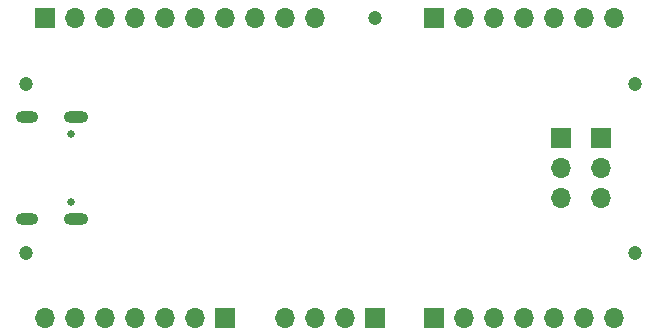
<source format=gbs>
%TF.GenerationSoftware,KiCad,Pcbnew,7.0.9*%
%TF.CreationDate,2024-01-09T15:11:13+08:00*%
%TF.ProjectId,UINIO-USB-Serial,55494e49-4f2d-4555-9342-2d5365726961,Version 1.0.0*%
%TF.SameCoordinates,PX7ba4d50PY51e45b0*%
%TF.FileFunction,Soldermask,Bot*%
%TF.FilePolarity,Negative*%
%FSLAX46Y46*%
G04 Gerber Fmt 4.6, Leading zero omitted, Abs format (unit mm)*
G04 Created by KiCad (PCBNEW 7.0.9) date 2024-01-09 15:11:13*
%MOMM*%
%LPD*%
G01*
G04 APERTURE LIST*
%ADD10R,1.700000X1.700000*%
%ADD11O,1.700000X1.700000*%
%ADD12C,1.200000*%
%ADD13C,0.650000*%
%ADD14O,2.100000X1.000000*%
%ADD15O,1.900000X1.000000*%
G04 APERTURE END LIST*
D10*
%TO.C,J2*%
X490000Y-1350000D03*
D11*
X3030000Y-1350000D03*
X5570000Y-1350000D03*
X8110000Y-1350000D03*
X10650000Y-1350000D03*
X13190000Y-1350000D03*
X15730000Y-1350000D03*
X18270000Y-1350000D03*
X20810000Y-1350000D03*
X23350000Y-1350000D03*
%TD*%
D10*
%TO.C,J6*%
X47559730Y-11545000D03*
D11*
X47559730Y-14085000D03*
X47559730Y-16625000D03*
%TD*%
D12*
%TO.C,HOLE\u002A\u002A*%
X-1100000Y-6930000D03*
%TD*%
D10*
%TO.C,J3*%
X28415000Y-26750000D03*
D11*
X25875000Y-26750000D03*
X23335000Y-26750000D03*
X20795000Y-26750000D03*
%TD*%
D10*
%TO.C,J7*%
X15740000Y-26750000D03*
D11*
X13200000Y-26750000D03*
X10660000Y-26750000D03*
X8120000Y-26750000D03*
X5580000Y-26750000D03*
X3040000Y-26750000D03*
X500000Y-26750000D03*
%TD*%
D10*
%TO.C,J4*%
X33490000Y-1350000D03*
D11*
X36030000Y-1350000D03*
X38570000Y-1350000D03*
X41110000Y-1350000D03*
X43650000Y-1350000D03*
X46190000Y-1350000D03*
X48730000Y-1350000D03*
%TD*%
D13*
%TO.C,USB1*%
X2680000Y-11180000D03*
X2680000Y-16960000D03*
D14*
X3180000Y-9745000D03*
X3180000Y-18395000D03*
D15*
X-1020000Y-9745000D03*
X-1020000Y-18395000D03*
%TD*%
D10*
%TO.C,J1*%
X33490000Y-26750000D03*
D11*
X36030000Y-26750000D03*
X38570000Y-26750000D03*
X41110000Y-26750000D03*
X43650000Y-26750000D03*
X46190000Y-26750000D03*
X48730000Y-26750000D03*
%TD*%
D10*
%TO.C,J5*%
X44200000Y-11545000D03*
D11*
X44200000Y-14085000D03*
X44200000Y-16625000D03*
%TD*%
D12*
%TO.C,HOLE\u002A\u002A*%
X50460000Y-21230000D03*
%TD*%
%TO.C,HOLE\u002A\u002A*%
X50460000Y-6930000D03*
%TD*%
%TO.C,HOLE\u002A\u002A*%
X-1090000Y-21230000D03*
%TD*%
%TO.C,HOLE\u002A\u002A*%
X28415000Y-1350000D03*
%TD*%
M02*

</source>
